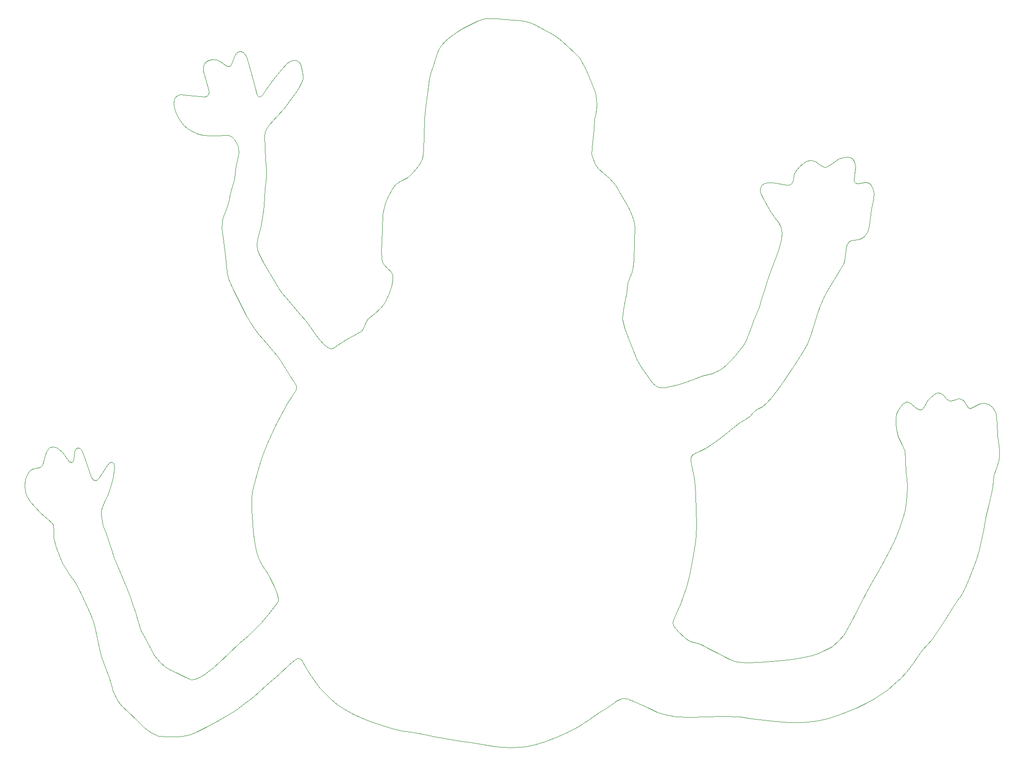
<source format=gbr>
%TF.GenerationSoftware,KiCad,Pcbnew,9.0.5*%
%TF.CreationDate,2025-10-20T10:12:32-07:00*%
%TF.ProjectId,YBF,5942462e-6b69-4636-9164-5f7063625858,rev?*%
%TF.SameCoordinates,Original*%
%TF.FileFunction,Profile,NP*%
%FSLAX46Y46*%
G04 Gerber Fmt 4.6, Leading zero omitted, Abs format (unit mm)*
G04 Created by KiCad (PCBNEW 9.0.5) date 2025-10-20 10:12:32*
%MOMM*%
%LPD*%
G01*
G04 APERTURE LIST*
%TA.AperFunction,Profile*%
%ADD10C,0.100000*%
%TD*%
G04 APERTURE END LIST*
D10*
X101629750Y-43434730D02*
X101373940Y-42445667D01*
X135263839Y-158459536D02*
X137758845Y-158827692D01*
X102999422Y-61860663D02*
X103123236Y-60189254D01*
X191910291Y-61957558D02*
X192516747Y-63047607D01*
X183819501Y-92811487D02*
X182923234Y-93224562D01*
X72138112Y-111809160D02*
X71758678Y-110791780D01*
X185963265Y-144334036D02*
X185115441Y-143881571D01*
X100125785Y-37782677D02*
X99758475Y-36656292D01*
X68528576Y-109168819D02*
X68230338Y-109011366D01*
X167271561Y-85284622D02*
X166860444Y-83637434D01*
X108182162Y-37335998D02*
X107604313Y-37501710D01*
X173621476Y-95826914D02*
X173161229Y-95721336D01*
X125251494Y-78889664D02*
X124669339Y-80221945D01*
X100092090Y-140029341D02*
X98517612Y-141405882D01*
X124669339Y-80221945D02*
X124180722Y-81069763D01*
X95585238Y-65542608D02*
X95439060Y-66390424D01*
X86865962Y-45086009D02*
X86958905Y-45873267D01*
X97637802Y-58542068D02*
X97323830Y-59656340D01*
X116854112Y-87625116D02*
X115982072Y-88256693D01*
X102305412Y-108878139D02*
X101793175Y-110597998D01*
X74658010Y-145794485D02*
X75260178Y-147393225D01*
X71265055Y-109241489D02*
X70777112Y-107836538D01*
X225788728Y-134966658D02*
X226614076Y-133731268D01*
X86922850Y-44431980D02*
X86865962Y-45086009D01*
X191431653Y-60613163D02*
X191589181Y-61218744D01*
X181554612Y-154581407D02*
X184703648Y-154491709D01*
X194632932Y-71380431D02*
X193908875Y-73294072D01*
X202943814Y-142731783D02*
X201659982Y-143308714D01*
X96292094Y-63628967D02*
X95867404Y-64694793D01*
X201914327Y-55894924D02*
X201187627Y-55381431D01*
X75655696Y-148701284D02*
X76019330Y-149936674D01*
X76277582Y-110113529D02*
X76183147Y-109373869D01*
X76183147Y-109373869D02*
X75928802Y-109143751D01*
X64444511Y-106722261D02*
X64167941Y-107182508D01*
X135280221Y-33870610D02*
X134597461Y-34645756D01*
X216434041Y-99140362D02*
X216027261Y-99842840D01*
X217683713Y-98347979D02*
X217299100Y-98377327D01*
X93115168Y-43123920D02*
X93030385Y-43474189D01*
X161981358Y-43148144D02*
X161479421Y-41888530D01*
X172741483Y-95466991D02*
X172194856Y-94901281D01*
X124339309Y-63725859D02*
X124120778Y-64864357D01*
X121558595Y-83467873D02*
X121108905Y-84025005D01*
X144541375Y-29959051D02*
X143233315Y-29916212D01*
X181675736Y-106586758D02*
X182838456Y-105883896D01*
X165786542Y-59971244D02*
X165226045Y-59196098D01*
X76271913Y-126318930D02*
X75715189Y-124720196D01*
X232809140Y-99263964D02*
X232155110Y-98779323D01*
X106479939Y-45999186D02*
X107119278Y-45098122D01*
X137758845Y-158827692D02*
X139769378Y-159096193D01*
X69195080Y-130509573D02*
X70152593Y-132253652D01*
X75928802Y-109143751D02*
X75613899Y-109119490D01*
X81706066Y-156559576D02*
X82578105Y-157252767D01*
X191591630Y-80173496D02*
X191206708Y-81505783D01*
X187730508Y-89111904D02*
X186462113Y-90613752D01*
X65872797Y-124259954D02*
X66504614Y-126052477D01*
X224156869Y-97229937D02*
X223672406Y-96843155D01*
X136164374Y-33102124D02*
X135280221Y-33870610D01*
X168474679Y-64840133D02*
X168026460Y-63871199D01*
X193088483Y-75449950D02*
X192596627Y-76976020D01*
X162010690Y-55962284D02*
X161587796Y-54860121D01*
X96579189Y-38443829D02*
X96215839Y-38363231D01*
X173972718Y-154033281D02*
X175062768Y-154297445D01*
X189063847Y-144856344D02*
X187731561Y-144809664D01*
X208191686Y-59038645D02*
X208127919Y-58723743D01*
X75968377Y-111978727D02*
X76277582Y-110113529D01*
X105215856Y-134319963D02*
X104718224Y-134969873D01*
X96209960Y-74311452D02*
X96388182Y-75643736D01*
X102897478Y-63362509D02*
X102999422Y-61860663D01*
X87495441Y-43624605D02*
X87128747Y-43960254D01*
X165736783Y-151764776D02*
X166378705Y-151375276D01*
X179988683Y-117525867D02*
X179859479Y-115103537D01*
X125412953Y-60964399D02*
X124968293Y-61884888D01*
X110066094Y-145141245D02*
X110644353Y-146206289D01*
X92568046Y-37661560D02*
X92260575Y-38061245D01*
X93014884Y-42542560D02*
X93115168Y-43123920D01*
X88014540Y-48198707D02*
X88588833Y-48943950D01*
X206625253Y-71719557D02*
X206776360Y-70435721D01*
X74063448Y-111106687D02*
X73437821Y-111997295D01*
X155102744Y-158224142D02*
X156871045Y-157432405D01*
X231236550Y-121135145D02*
X231625432Y-119027716D01*
X231625432Y-119027716D02*
X232090291Y-116968729D01*
X97323830Y-59656340D02*
X96935538Y-61182409D01*
X102633694Y-65251928D02*
X102897478Y-63362509D01*
X68746586Y-109120371D02*
X68528576Y-109168819D01*
X163948369Y-153013040D02*
X164954316Y-152373041D01*
X154206483Y-32612038D02*
X152607743Y-31747853D01*
X125697436Y-77605825D02*
X125251494Y-78889664D01*
X197299210Y-58687408D02*
X197091832Y-59287977D01*
X92153416Y-39696319D02*
X92559060Y-41052826D01*
X211566708Y-130194666D02*
X210104508Y-132786558D01*
X101895107Y-126076704D02*
X102220800Y-126876074D01*
X176709950Y-95306065D02*
X175595673Y-95574411D01*
X211591542Y-151392054D02*
X212875375Y-150577578D01*
X162696076Y-153800245D02*
X163948369Y-153013040D01*
X202751828Y-79689033D02*
X203414258Y-78453644D01*
X102781103Y-127820784D02*
X103389110Y-128717039D01*
X143233315Y-29916212D02*
X142409724Y-29960317D01*
X211575978Y-60431488D02*
X211287976Y-59825904D01*
X162502969Y-56685259D02*
X162010690Y-55962284D01*
X89990442Y-147912981D02*
X88924617Y-147488222D01*
X205390366Y-55000769D02*
X204324544Y-55734541D01*
X107599014Y-93738562D02*
X108197240Y-94622709D01*
X210186585Y-152164862D02*
X211591542Y-151392054D01*
X197697682Y-57282454D02*
X197446233Y-57960709D01*
X102594487Y-43612989D02*
X102356450Y-43794664D01*
X78609706Y-153639295D02*
X80228443Y-155169256D01*
X109575000Y-144378210D02*
X110066094Y-145141245D01*
X195166604Y-69188218D02*
X194928384Y-70338827D01*
X67416302Y-127917669D02*
X68241232Y-129128843D01*
X216027261Y-99842840D02*
X215734280Y-100545313D01*
X230582635Y-98657604D02*
X229710595Y-99133009D01*
X73889725Y-117695429D02*
X74412398Y-116387369D01*
X69165552Y-107109838D02*
X69041039Y-108054548D01*
X226113431Y-97969030D02*
X225459401Y-98201975D01*
X193424046Y-59175030D02*
X192624677Y-59176380D01*
X141004767Y-30357319D02*
X139793605Y-30902307D01*
X208257192Y-57815369D02*
X208387585Y-56458860D01*
X233728707Y-104372600D02*
X233612092Y-102265171D01*
X124120778Y-64864357D02*
X123974728Y-67480473D01*
X138340205Y-31676255D02*
X137129037Y-32417670D01*
X233550122Y-110137751D02*
X234022042Y-108708578D01*
X80518009Y-137631231D02*
X80065855Y-136056707D01*
X60355323Y-114352610D02*
X60704890Y-115248876D01*
X160265786Y-38824279D02*
X159769433Y-37855347D01*
X175595673Y-95574411D02*
X174457181Y-95774214D01*
X62375851Y-110164518D02*
X61794491Y-110259962D01*
X205414594Y-154223436D02*
X207013333Y-153604437D01*
X191340844Y-144777986D02*
X189063847Y-144856344D01*
X227803265Y-98207765D02*
X227403581Y-97907759D01*
X119252221Y-86304651D02*
X117847270Y-87027311D01*
X85799807Y-158135931D02*
X87786121Y-158103350D01*
X99735601Y-82862286D02*
X100454350Y-84097675D01*
X69041039Y-108054548D02*
X68923235Y-108914474D01*
X123875399Y-69854361D02*
X123819747Y-71331983D01*
X103113806Y-50221355D02*
X103337495Y-49627883D01*
X215588151Y-102362062D02*
X215762330Y-103549009D01*
X193286500Y-64355667D02*
X194044396Y-65494162D01*
X147569287Y-30177854D02*
X145849435Y-30056701D01*
X188517918Y-88094524D02*
X187730508Y-89111904D01*
X97430704Y-37298210D02*
X97109583Y-38109692D01*
X82493881Y-142015646D02*
X81557388Y-140247351D01*
X64777685Y-106468609D02*
X64444511Y-106722261D01*
X102718298Y-107666971D02*
X102305412Y-108878139D01*
X63013130Y-118131449D02*
X64350658Y-119282061D01*
X126131648Y-156719965D02*
X127681939Y-157053972D01*
X108761142Y-42893799D02*
X109188092Y-42191322D01*
X81557388Y-140247351D02*
X81004358Y-139205744D01*
X115037362Y-151603380D02*
X115982072Y-152369093D01*
X127681939Y-157053972D02*
X129619807Y-157370951D01*
X204324544Y-55734541D02*
X203452504Y-56374454D01*
X185414475Y-91740137D02*
X184715756Y-92302797D01*
X92559060Y-41052826D02*
X93014884Y-42542560D01*
X105066883Y-102410511D02*
X103638102Y-105486872D01*
X206238191Y-54713837D02*
X205390366Y-55000769D01*
X124180722Y-81069763D02*
X123663798Y-81675344D01*
X161479421Y-41888530D02*
X160794995Y-40205009D01*
X124968293Y-61884888D02*
X124623957Y-62781149D01*
X103318226Y-56822210D02*
X103196263Y-55102355D01*
X189591191Y-100886587D02*
X190087773Y-100315195D01*
X103823912Y-48913296D02*
X105216755Y-47379916D01*
X105558933Y-78066067D02*
X104896005Y-76927571D01*
X94956649Y-144829451D02*
X93842375Y-145789575D01*
X166537927Y-61255079D02*
X165786542Y-59971244D01*
X85339878Y-145657991D02*
X84342302Y-144777105D01*
X106173587Y-78913885D02*
X105558933Y-78066067D01*
X216856900Y-98631672D02*
X216434041Y-99140362D01*
X92260575Y-38061245D02*
X92095002Y-38618382D01*
X87128747Y-43960254D02*
X86922850Y-44431980D01*
X208636300Y-152911932D02*
X210186585Y-152164862D01*
X97615329Y-51447781D02*
X98013263Y-52074440D01*
X196391408Y-59656503D02*
X195519368Y-59511944D01*
X195289239Y-68182952D02*
X195166604Y-69188218D01*
X91395396Y-43840331D02*
X89481752Y-43615085D01*
X61794491Y-110259962D02*
X61455365Y-110404077D01*
X179859479Y-115103537D02*
X179759343Y-113189890D01*
X157125493Y-34943558D02*
X155986995Y-33890588D01*
X134116071Y-35408791D02*
X133789296Y-36123379D01*
X103389110Y-128717039D02*
X104034486Y-129831316D01*
X195012189Y-95409971D02*
X197462243Y-91776472D01*
X144274916Y-159864424D02*
X145316518Y-159992105D01*
X98770913Y-80972866D02*
X99735601Y-82862286D01*
X139769378Y-159096193D02*
X142167487Y-159503775D01*
X186462113Y-90613752D02*
X185414475Y-91740137D01*
X104894921Y-40447243D02*
X103821737Y-41755302D01*
X233256284Y-99845323D02*
X232809140Y-99263964D01*
X100757665Y-117550089D02*
X100864220Y-119948198D01*
X141804137Y-30079398D02*
X141004767Y-30357319D01*
X137129037Y-32417670D02*
X136164374Y-33102124D01*
X207013333Y-54617005D02*
X206238191Y-54713837D01*
X71268319Y-134651762D02*
X72015718Y-136371614D01*
X108692008Y-95894434D02*
X108562838Y-96282011D01*
X60674992Y-111373140D02*
X60358205Y-112196737D01*
X152607743Y-31747853D02*
X151105895Y-30965385D01*
X191801080Y-99199385D02*
X192578294Y-98517082D01*
X197462243Y-91776472D02*
X199125287Y-89233023D01*
X145316518Y-159992105D02*
X146939484Y-160047563D01*
X219701363Y-143580969D02*
X220341969Y-142587816D01*
X109686431Y-39042289D02*
X109399407Y-38012798D01*
X132382932Y-40786369D02*
X132090695Y-42772682D01*
X156871045Y-157432405D02*
X158760465Y-156388533D01*
X80065855Y-136056707D02*
X79575715Y-134651762D01*
X102315586Y-67165572D02*
X102633694Y-65251928D01*
X219924363Y-99767950D02*
X219575261Y-99683355D01*
X101231072Y-85260395D02*
X102062863Y-86374672D01*
X164954316Y-152373041D02*
X165736783Y-151764776D01*
X168546330Y-75207716D02*
X168735867Y-74456792D01*
X68230338Y-109011366D02*
X67652116Y-108248331D01*
X172194856Y-94901281D02*
X171191392Y-93544773D01*
X69412716Y-106710153D02*
X69165552Y-107109838D01*
X218592809Y-145140455D02*
X219701363Y-143580969D01*
X139793605Y-30902307D02*
X138340205Y-31676255D01*
X191695599Y-59656340D02*
X191478425Y-60092359D01*
X146939484Y-160047563D02*
X148538224Y-159992437D01*
X162064053Y-46890647D02*
X162234181Y-45509917D01*
X81004358Y-139205744D02*
X80518009Y-137631231D01*
X102746404Y-73369134D02*
X101951315Y-71794619D01*
X93842375Y-145789575D02*
X92945690Y-146547014D01*
X101721569Y-71138197D02*
X101643280Y-70338827D01*
X167962533Y-87077145D02*
X167271561Y-85284622D01*
X102102105Y-43862732D02*
X101847760Y-43749633D01*
X167674256Y-77944954D02*
X167751309Y-77194030D01*
X226852239Y-97765938D02*
X226113431Y-97969030D01*
X161765591Y-49773223D02*
X161889382Y-47980697D01*
X175860158Y-137800787D02*
X175927117Y-137340551D01*
X217274060Y-108696464D02*
X217392884Y-110670668D01*
X97521330Y-78405195D02*
X98770913Y-80972866D01*
X132627034Y-39647873D02*
X132382932Y-40786369D01*
X74252354Y-120481115D02*
X74051234Y-119609075D01*
X131799907Y-157781427D02*
X133350198Y-158117678D01*
X170148377Y-92042931D02*
X169393948Y-90686422D01*
X97789076Y-57427794D02*
X97637802Y-58542068D01*
X73870329Y-118519026D02*
X73889725Y-117695429D01*
X111071870Y-84775932D02*
X110392428Y-83879665D01*
X61296684Y-116202089D02*
X61995139Y-117074129D01*
X109614505Y-41367729D02*
X109863025Y-40641029D01*
X128553979Y-58250490D02*
X127754609Y-58717709D01*
X179638917Y-111906057D02*
X179489926Y-111009790D01*
X93478601Y-50874282D02*
X94859331Y-50813537D01*
X79575715Y-134651762D02*
X78944867Y-132859228D01*
X63001340Y-110011705D02*
X62375851Y-110164518D01*
X216058045Y-104614832D02*
X216679551Y-105971340D01*
X87398547Y-146753958D02*
X86187382Y-146176031D01*
X178890050Y-141050966D02*
X178018010Y-140462397D01*
X214669396Y-124526407D02*
X213360272Y-127069857D01*
X105614039Y-146903337D02*
X107302575Y-145358465D01*
X98207297Y-55175025D02*
X97934974Y-56265075D01*
X83353252Y-157718565D02*
X84128398Y-158009451D01*
X121868340Y-155396925D02*
X123903100Y-156070913D01*
X192516747Y-63047607D02*
X193286500Y-64355667D01*
X217392884Y-110670668D02*
X217572419Y-112039284D01*
X227676614Y-132035643D02*
X228461655Y-130340006D01*
X168863023Y-73124511D02*
X168987763Y-69878583D01*
X75517647Y-113698580D02*
X75968377Y-111978727D01*
X208397588Y-59306768D02*
X208191686Y-59038645D01*
X199743863Y-88070303D02*
X200303147Y-86810692D01*
X204227647Y-141980776D02*
X202943814Y-142731783D01*
X65154521Y-119984533D02*
X65354987Y-120384218D01*
X179489926Y-111009790D02*
X179228188Y-109847071D01*
X102356450Y-43794664D02*
X102102105Y-43862732D01*
X161354382Y-54157645D02*
X161515046Y-52025993D01*
X181263932Y-141835928D02*
X180706799Y-141578264D01*
X103196263Y-55102355D02*
X103084580Y-52898033D01*
X210127087Y-68667417D02*
X210452580Y-68182952D01*
X101600107Y-125059324D02*
X101895107Y-126076704D01*
X96215839Y-38363231D02*
X95658701Y-37975682D01*
X232958794Y-112511639D02*
X233077859Y-111566929D01*
X72743907Y-138600157D02*
X73178425Y-140659143D01*
X211030770Y-65591057D02*
X211248357Y-64016539D01*
X61070274Y-110725376D02*
X60674992Y-111373140D01*
X195519368Y-59511944D02*
X194392983Y-59295854D01*
X169393948Y-90686422D02*
X168625455Y-88797003D01*
X155151193Y-33206152D02*
X154206483Y-32612038D01*
X203016484Y-56474819D02*
X202556237Y-56364118D01*
X161515046Y-52025993D02*
X161765591Y-49773223D01*
X172979554Y-153698896D02*
X173972718Y-154033281D01*
X101735837Y-69442563D02*
X102019456Y-68376738D01*
X105170280Y-132447435D02*
X105447845Y-133440588D01*
X91250056Y-147574945D02*
X90571802Y-147854547D01*
X151105895Y-30965385D02*
X150136964Y-30567626D01*
X202155694Y-81045536D02*
X202751828Y-79689033D01*
X100991218Y-121450046D02*
X101258953Y-123291017D01*
X126474782Y-59467755D02*
X125930947Y-60097561D01*
X145849435Y-30056701D02*
X144541375Y-29959051D01*
X225459401Y-98201975D02*
X225062508Y-98141418D01*
X233612092Y-102265171D02*
X233490853Y-100424200D01*
X74412398Y-116387369D02*
X75116278Y-114788629D01*
X90910930Y-157292662D02*
X92606562Y-156430818D01*
X179008885Y-108878139D02*
X179014699Y-108296780D01*
X167416501Y-62805373D02*
X166537927Y-61255079D01*
X103681799Y-136270574D02*
X102496457Y-137703901D01*
X149652495Y-159840998D02*
X151154343Y-159525129D01*
X131437192Y-51371963D02*
X131316754Y-54278761D01*
X131530879Y-47714241D02*
X131437192Y-51371963D01*
X215734280Y-100545313D02*
X215588689Y-101320461D01*
X109114758Y-37635253D02*
X108715073Y-37384766D01*
X207013333Y-153604437D02*
X208636300Y-152911932D01*
X202556237Y-56364118D02*
X201914327Y-55894924D01*
X177800000Y-94963812D02*
X176709950Y-95306065D01*
X179152028Y-127651216D02*
X179471490Y-125786024D01*
X113589187Y-88086296D02*
X112833608Y-87246712D01*
X97887249Y-153343386D02*
X99485986Y-152189169D01*
X188797395Y-101439239D02*
X189591191Y-100886587D01*
X65426936Y-122709658D02*
X65872797Y-124259954D01*
X109863025Y-40641029D02*
X109901780Y-40083893D01*
X165226045Y-59196098D02*
X164567563Y-58466134D01*
X103821737Y-41755302D02*
X103096442Y-42845352D01*
X186786851Y-144605455D02*
X185963265Y-144334036D01*
X206776360Y-70435721D02*
X207105264Y-69875061D01*
X180060712Y-120238878D02*
X179988683Y-117525867D01*
X75253190Y-123194126D02*
X74704882Y-121692278D01*
X189848042Y-84872824D02*
X189315148Y-86423115D01*
X102220800Y-126876074D02*
X102781103Y-127820784D01*
X84128398Y-158009451D02*
X85799807Y-158135931D01*
X103967266Y-75425726D02*
X102746404Y-73369134D01*
X98662394Y-35725813D02*
X98323269Y-35813356D01*
X211675370Y-61230858D02*
X211575978Y-60431488D01*
X83379655Y-143638613D02*
X82493881Y-142015646D01*
X109199542Y-144147303D02*
X109575000Y-144378210D01*
X60358205Y-112196737D02*
X60245240Y-113262560D01*
X101373940Y-42445667D02*
X100989656Y-40834816D01*
X65381433Y-121425825D02*
X65426936Y-122709658D01*
X107020387Y-37952240D02*
X106169687Y-38921173D01*
X216437016Y-147662172D02*
X217532788Y-146496969D01*
X92095002Y-38618382D02*
X92073461Y-39187629D01*
X187780015Y-102086512D02*
X188797395Y-101439239D01*
X183783166Y-105226375D02*
X185115441Y-104158018D01*
X197091832Y-59287977D02*
X196791093Y-59566721D01*
X206265679Y-73705871D02*
X206486997Y-73027616D01*
X88924617Y-147488222D02*
X87398547Y-146753958D01*
X109399407Y-38012798D02*
X109114758Y-37635253D01*
X179014699Y-108296780D02*
X179274319Y-107836538D01*
X222002496Y-97359947D02*
X221319535Y-98098761D01*
X99001520Y-35814332D02*
X98662394Y-35725813D01*
X166922196Y-82498936D02*
X167100140Y-81360443D01*
X95004671Y-37526321D02*
X94447535Y-37295292D01*
X133350198Y-158117678D02*
X135263839Y-158459536D01*
X63493576Y-109483721D02*
X63311465Y-109774401D01*
X195235337Y-67589478D02*
X195289239Y-68182952D01*
X105987655Y-91146664D02*
X106850187Y-92527393D01*
X115279593Y-88731239D02*
X114819352Y-88820726D01*
X130879504Y-55611045D02*
X130429042Y-56265075D01*
X72015718Y-136371614D02*
X72426036Y-137485891D01*
X95804041Y-50707420D02*
X96554965Y-50771514D01*
X97990186Y-36066642D02*
X97742058Y-36450394D01*
X88588833Y-48943950D02*
X89263742Y-49540159D01*
X87200799Y-46636302D02*
X87538837Y-47387226D01*
X123876744Y-72712712D02*
X124032378Y-73342521D01*
X164567563Y-58466134D02*
X163508241Y-57566145D01*
X73178425Y-140659143D02*
X73621543Y-142718130D01*
X111369387Y-147369009D02*
X112191892Y-148531729D01*
X207594693Y-54752357D02*
X207013333Y-54617005D01*
X92146320Y-147065855D02*
X91250056Y-147574945D01*
X61995139Y-117074129D02*
X63013130Y-118131449D01*
X232090291Y-116968729D02*
X232599507Y-114764408D01*
X192624677Y-59176380D02*
X192072739Y-59356802D01*
X89481752Y-43615085D02*
X88028353Y-43486326D01*
X220341969Y-142587816D02*
X221158620Y-141676523D01*
X129466611Y-57338519D02*
X128553979Y-58250490D01*
X197033318Y-144342745D02*
X194514096Y-144584387D01*
X106985983Y-98777012D02*
X106184616Y-100181963D01*
X96388182Y-75643736D02*
X96684197Y-76588446D01*
X180706799Y-141578264D02*
X179883202Y-141367132D01*
X228461655Y-130340006D02*
X229283513Y-128353689D01*
X92073650Y-50744675D02*
X93478601Y-50874282D01*
X216828793Y-119269947D02*
X216196381Y-121014027D01*
X220275605Y-99673084D02*
X219924363Y-99767950D01*
X208387585Y-56458860D02*
X208272813Y-55562599D01*
X106169687Y-38921173D02*
X104894921Y-40447243D01*
X199019635Y-144001985D02*
X197033318Y-144342745D01*
X182838456Y-105883896D02*
X183783166Y-105226375D01*
X96579189Y-143299204D02*
X94956649Y-144829451D01*
X129619807Y-157370951D02*
X131799907Y-157781427D01*
X178018010Y-140462397D02*
X176852601Y-139381033D01*
X101643280Y-70338827D02*
X101735837Y-69442563D01*
X209698060Y-69038930D02*
X210127087Y-68667417D01*
X184703648Y-154491709D02*
X187755788Y-154578226D01*
X216679551Y-105971340D02*
X217206254Y-107170395D01*
X223170297Y-96702690D02*
X222697942Y-96807672D01*
X198339970Y-56457238D02*
X197697682Y-57282454D01*
X209193433Y-69268804D02*
X209698060Y-69038930D01*
X174457181Y-95774214D02*
X173621476Y-95826914D01*
X66966517Y-107303621D02*
X66369908Y-106756067D01*
X219575261Y-99683355D02*
X219018128Y-99236057D01*
X230803449Y-123387915D02*
X231236550Y-121135145D01*
X123974728Y-67480473D02*
X123875399Y-69854361D01*
X93793506Y-37240147D02*
X93095705Y-37379964D01*
X61455365Y-110404077D02*
X61070274Y-110725376D01*
X97742058Y-36450394D02*
X97430704Y-37298210D01*
X100864220Y-119948198D02*
X100991218Y-121450046D01*
X199125287Y-89233023D02*
X199743863Y-88070303D01*
X200303147Y-86810692D02*
X200965463Y-84727484D01*
X103096442Y-42845352D02*
X102594487Y-43612989D01*
X208369836Y-69418364D02*
X209193433Y-69268804D01*
X215578000Y-122564318D02*
X214669396Y-124526407D01*
X105426946Y-133900835D02*
X105215856Y-134319963D01*
X179759343Y-113189890D02*
X179638917Y-111906057D01*
X123663798Y-81675344D02*
X122624812Y-82547384D01*
X72423209Y-112233072D02*
X72138112Y-111809160D01*
X158348672Y-36084888D02*
X157125493Y-34943558D01*
X99485986Y-152189169D02*
X101036280Y-150955381D01*
X64167941Y-107182508D02*
X63888567Y-107884981D01*
X97136325Y-51034265D02*
X97615329Y-51447781D01*
X194392983Y-59295854D02*
X193424046Y-59175030D01*
X126983472Y-59089574D02*
X126474782Y-59467755D01*
X217572419Y-112039284D02*
X217623151Y-113432127D01*
X74051234Y-119609075D02*
X73870329Y-118519026D01*
X103084580Y-52898033D02*
X103029025Y-51057060D01*
X205466538Y-140953669D02*
X204227647Y-141980776D01*
X168625455Y-88797003D02*
X167962533Y-87077145D01*
X208008866Y-55080874D02*
X207594693Y-54752357D01*
X107119278Y-45098122D02*
X108064691Y-43814285D01*
X217623151Y-113432127D02*
X217549199Y-115188314D01*
X200691045Y-155412031D02*
X201829537Y-155240118D01*
X221319535Y-98098761D02*
X220882302Y-98801233D01*
X101036280Y-150955381D02*
X103289049Y-148970014D01*
X103638102Y-105486872D02*
X102718298Y-107666971D01*
X201187627Y-55381431D02*
X200448808Y-55224240D01*
X76019330Y-149936674D02*
X76406691Y-150881384D01*
X97109583Y-38109692D02*
X96881980Y-38364745D01*
X105216755Y-47379916D02*
X106479939Y-45999186D01*
X86187382Y-146176031D02*
X85339878Y-145657991D01*
X95410767Y-67286688D02*
X95561088Y-68497853D01*
X125822789Y-75692182D02*
X125851909Y-76540000D01*
X68923235Y-108914474D02*
X68746586Y-109120371D01*
X179274319Y-107836538D02*
X179883202Y-107476999D01*
X179955884Y-122249416D02*
X180060712Y-120238878D01*
X99401205Y-36128169D02*
X99001520Y-35814332D01*
X108051379Y-81190876D02*
X106898724Y-79761703D01*
X173161229Y-95721336D02*
X172741483Y-95466991D01*
X163508241Y-57566145D02*
X162502969Y-56685259D01*
X112008094Y-86108213D02*
X111071870Y-84775932D01*
X206394574Y-139859774D02*
X205466538Y-140953669D01*
X97934974Y-56265075D02*
X97789076Y-57427794D01*
X107302575Y-145358465D02*
X108417298Y-144351328D01*
X98517612Y-141405882D02*
X96579189Y-143299204D01*
X233077859Y-111566929D02*
X233550122Y-110137751D01*
X153116433Y-158949686D02*
X155102744Y-158224142D01*
X101847760Y-43749633D02*
X101629750Y-43434730D01*
X229911347Y-126585394D02*
X230415974Y-124962427D01*
X134597461Y-34645756D02*
X134116071Y-35408791D01*
X230415974Y-124962427D02*
X230803449Y-123387915D01*
X223672406Y-96843155D02*
X223170297Y-96702690D01*
X123819747Y-71331983D02*
X123876744Y-72712712D01*
X93030385Y-43474189D02*
X92776126Y-43752437D01*
X149192254Y-30326083D02*
X147569287Y-30177854D01*
X92945690Y-146547014D02*
X92146320Y-147065855D01*
X215225041Y-148805059D02*
X216437016Y-147662172D01*
X191478425Y-60092359D02*
X191431653Y-60613163D01*
X74704882Y-121692278D02*
X74252354Y-120481115D01*
X168735867Y-74456792D02*
X168863023Y-73124511D01*
X108647393Y-95446306D02*
X108692008Y-95894434D01*
X211248357Y-64016539D02*
X211521767Y-62490469D01*
X166378705Y-151375276D02*
X166984280Y-151268824D01*
X212414098Y-128741266D02*
X211566708Y-130194666D01*
X132090695Y-42772682D02*
X131750703Y-45316132D01*
X198850068Y-155534689D02*
X200691045Y-155412031D01*
X169015595Y-67068678D02*
X168844586Y-65954407D01*
X100815466Y-114425280D02*
X100707419Y-115491108D01*
X214134991Y-149680612D02*
X215225041Y-148805059D01*
X95867404Y-64694793D02*
X95585238Y-65542608D01*
X168987763Y-69878583D02*
X169015595Y-67068678D01*
X194658509Y-66341978D02*
X195026643Y-66996008D01*
X194928384Y-70338827D02*
X194632932Y-71380431D01*
X224389527Y-137195211D02*
X225788728Y-134966658D01*
X103289049Y-148970014D02*
X105614039Y-146903337D01*
X233490853Y-100424200D02*
X233256284Y-99845323D01*
X234022042Y-108708578D02*
X234106110Y-107981878D01*
X182208642Y-142352205D02*
X181263932Y-141835928D01*
X70777112Y-107836538D02*
X70393106Y-107000833D01*
X124032378Y-73342521D02*
X124307740Y-73895471D01*
X92073461Y-39187629D02*
X92153416Y-39696319D01*
X201659982Y-143308714D02*
X200642602Y-143654177D01*
X169128045Y-151948957D02*
X171380814Y-152976637D01*
X155986995Y-33890588D02*
X155151193Y-33206152D01*
X168844586Y-65954407D02*
X168474679Y-64840133D01*
X167650430Y-151362001D02*
X169128045Y-151948957D01*
X207105264Y-69875061D02*
X207570466Y-69572539D01*
X226614076Y-133731268D02*
X227178910Y-132931898D01*
X203414258Y-78453644D02*
X204623452Y-76515776D01*
X101258953Y-123291017D02*
X101600107Y-125059324D01*
X189790547Y-154853537D02*
X192115987Y-155165537D01*
X92776126Y-43752437D02*
X92388552Y-43889450D01*
X208127919Y-58723743D02*
X208257192Y-57815369D01*
X94859331Y-50813537D02*
X95804041Y-50707420D01*
X220882302Y-98801233D02*
X220547871Y-99394707D01*
X210150250Y-59122235D02*
X209423550Y-59267999D01*
X166860444Y-83637434D02*
X166922196Y-82498936D01*
X213360272Y-127069857D02*
X212414098Y-128741266D01*
X192119294Y-78429417D02*
X191591630Y-80173496D01*
X142409724Y-29960317D02*
X141804137Y-30079398D01*
X151154343Y-159525129D02*
X153116433Y-158949686D01*
X101951315Y-71794619D02*
X101721569Y-71138197D01*
X192596627Y-76976020D02*
X192119294Y-78429417D01*
X190087773Y-100315195D02*
X190553582Y-99824867D01*
X104896005Y-76927571D02*
X103967266Y-75425726D01*
X176015923Y-138382147D02*
X175860158Y-137800787D01*
X69753465Y-106552883D02*
X69412716Y-106710153D01*
X112833608Y-87246712D02*
X112008094Y-86108213D01*
X162234181Y-45509917D02*
X162180714Y-44250305D01*
X63888567Y-107884981D02*
X63660941Y-108805469D01*
X232155110Y-98779323D02*
X231357777Y-98566887D01*
X72426036Y-137485891D02*
X72743907Y-138600157D01*
X96264285Y-154387751D02*
X97887249Y-153343386D01*
X75255351Y-109373835D02*
X74766712Y-110016638D01*
X179883202Y-141367132D02*
X178890050Y-141050966D01*
X63311465Y-109774401D02*
X63001340Y-110011705D01*
X103360580Y-58009154D02*
X103318226Y-56822210D01*
X82578105Y-157252767D02*
X83353252Y-157718565D01*
X66369908Y-106756067D02*
X65803452Y-106453274D01*
X196791093Y-59566721D02*
X196391408Y-59656503D01*
X65803452Y-106453274D02*
X65270539Y-106359604D01*
X75613899Y-109119490D02*
X75255351Y-109373835D01*
X185115441Y-104158018D02*
X186689965Y-102893269D01*
X219018128Y-99236057D02*
X218422520Y-98721708D01*
X92388552Y-43889450D02*
X91395396Y-43840331D01*
X222900250Y-139496424D02*
X224389527Y-137195211D01*
X217299100Y-98377327D02*
X216856900Y-98631672D01*
X181893746Y-93516209D02*
X180900582Y-93770828D01*
X167751309Y-77194030D02*
X168120690Y-76273541D01*
X70090980Y-106649774D02*
X69753465Y-106552883D01*
X124307740Y-73895471D02*
X124968928Y-74526326D01*
X63660941Y-108805469D02*
X63493576Y-109483721D01*
X160916348Y-155019430D02*
X162696076Y-153800245D01*
X177146565Y-134457968D02*
X177704259Y-133004568D01*
X77623938Y-152698133D02*
X78609706Y-153639295D01*
X104688395Y-131163603D02*
X105170280Y-132447435D01*
X108824078Y-144145426D02*
X109199542Y-144147303D01*
X160794995Y-40205009D02*
X160265786Y-38824279D01*
X179228188Y-109847071D02*
X179008885Y-108878139D01*
X167100140Y-81360443D02*
X167383805Y-80052383D01*
X180900582Y-93770828D02*
X179471410Y-94323011D01*
X171380814Y-152976637D02*
X172979554Y-153698896D01*
X60245240Y-113262560D02*
X60355323Y-114352610D01*
X209423550Y-59267999D02*
X208757413Y-59415015D01*
X190697812Y-82668503D02*
X190189236Y-83831222D01*
X207570466Y-69572539D02*
X208369836Y-69418364D01*
X104718224Y-134969873D02*
X103681799Y-136270574D01*
X116951003Y-153034830D02*
X118791980Y-154022730D01*
X191589181Y-61218744D02*
X191910291Y-61957558D01*
X200448808Y-55224240D02*
X199746335Y-55358560D01*
X115982072Y-152369093D02*
X116951003Y-153034830D01*
X103123236Y-60189254D02*
X103262925Y-58929640D01*
X96935538Y-61182409D02*
X96653928Y-62514693D01*
X233876004Y-105462650D02*
X233728707Y-104372600D01*
X194044396Y-65494162D02*
X194658509Y-66341978D01*
X176431378Y-136153604D02*
X177146565Y-134457968D01*
X166984280Y-151268824D02*
X167650430Y-151362001D01*
X114819352Y-88820726D02*
X114310662Y-88704552D01*
X196524628Y-155533235D02*
X198850068Y-155534689D01*
X133041053Y-38509377D02*
X132627034Y-39647873D01*
X109901780Y-40083893D02*
X109686431Y-39042289D01*
X73437821Y-111997295D02*
X73094673Y-112300083D01*
X192115987Y-155165537D02*
X194320313Y-155384416D01*
X89917772Y-157684851D02*
X90910930Y-157292662D01*
X194320313Y-155384416D02*
X196524628Y-155533235D01*
X100707419Y-115491108D02*
X100757665Y-117550089D01*
X101425416Y-138842394D02*
X100092090Y-140029341D01*
X193513356Y-97493174D02*
X195012189Y-95409971D01*
X131750703Y-45316132D02*
X131530879Y-47714241D01*
X210934422Y-59396496D02*
X210598389Y-59189412D01*
X159769433Y-37855347D02*
X159190522Y-36986147D01*
X133789296Y-36123379D02*
X133499263Y-37140758D01*
X91104716Y-50490392D02*
X92073650Y-50744675D01*
X176852601Y-139381033D02*
X176015923Y-138382147D01*
X110644353Y-146206289D02*
X111369387Y-147369009D01*
X199140748Y-55744260D02*
X198339970Y-56457238D01*
X92606562Y-156430818D02*
X94617100Y-155340059D01*
X201829537Y-155240118D02*
X203040711Y-154976412D01*
X179471490Y-125786024D02*
X179762193Y-123799707D01*
X120597337Y-85308844D02*
X120263135Y-85718754D01*
X106850187Y-92527393D02*
X107599014Y-93738562D01*
X210691075Y-67577368D02*
X210864716Y-66826444D01*
X215588689Y-101320461D02*
X215588151Y-102362062D01*
X161889382Y-47980697D02*
X162064053Y-46890647D01*
X187755788Y-154578226D02*
X189790547Y-154853537D01*
X227178910Y-132931898D02*
X227676614Y-132035643D01*
X106184616Y-100181963D02*
X105066883Y-102410511D01*
X234027135Y-107025055D02*
X233948731Y-106225685D01*
X175062768Y-154297445D02*
X176395043Y-154517904D01*
X203040711Y-154976412D02*
X204179204Y-154658071D01*
X76956507Y-151850321D02*
X77623938Y-152698133D01*
X108715073Y-37384766D02*
X108182162Y-37335998D01*
X208272813Y-55562599D02*
X208008866Y-55080874D01*
X187731561Y-144809664D02*
X186786851Y-144605455D01*
X98323269Y-35813356D02*
X97990186Y-36066642D01*
X203452504Y-56374454D02*
X203016484Y-56474819D01*
X76754552Y-127554319D02*
X76271913Y-126318930D01*
X78252788Y-131139376D02*
X77393454Y-129177286D01*
X175927117Y-137340551D02*
X176431378Y-136153604D01*
X95561088Y-68497853D02*
X95824231Y-70435721D01*
X100559049Y-39308746D02*
X100125785Y-37782677D01*
X150136964Y-30567626D02*
X149192254Y-30326083D01*
X158760465Y-156388533D02*
X160916348Y-155019430D01*
X88028353Y-43486326D02*
X87495441Y-43624605D01*
X206486997Y-73027616D02*
X206625253Y-71719557D01*
X96653928Y-62514693D02*
X96292094Y-63628967D01*
X73094673Y-112300083D02*
X72767658Y-112366299D01*
X99758475Y-36656292D02*
X99401205Y-36128169D01*
X124623957Y-62781149D02*
X124339309Y-63725859D01*
X180682572Y-107119480D02*
X181675736Y-106586758D01*
X131316754Y-54278761D02*
X131139159Y-55005461D01*
X179762193Y-123799707D02*
X179955884Y-122249416D01*
X96065118Y-72518927D02*
X96209960Y-74311452D01*
X72767658Y-112366299D02*
X72423209Y-112233072D01*
X227403581Y-97907759D02*
X226852239Y-97765938D01*
X161587796Y-54860121D02*
X161354382Y-54157645D01*
X211521767Y-62490469D02*
X211675370Y-61230858D01*
X188870980Y-87513164D02*
X188517918Y-88094524D01*
X95658701Y-37975682D02*
X95004671Y-37526321D01*
X73987895Y-143953520D02*
X74658010Y-145794485D01*
X199746335Y-55358560D02*
X199140748Y-55744260D01*
X159190522Y-36986147D02*
X158348672Y-36084888D01*
X197446233Y-57960709D02*
X197299210Y-58687408D01*
X70393106Y-107000833D02*
X70090980Y-106649774D01*
X216196381Y-121014027D02*
X215578000Y-122564318D01*
X194514096Y-144584387D02*
X191340844Y-144777986D01*
X104034486Y-129831316D02*
X104688395Y-131163603D01*
X231357777Y-98566887D02*
X230582635Y-98657604D01*
X65354987Y-120384218D02*
X65381433Y-121425825D01*
X217532788Y-146496969D02*
X218592809Y-145140455D01*
X103029025Y-51057060D02*
X103113806Y-50221355D01*
X179471410Y-94323011D02*
X177800000Y-94963812D01*
X200965463Y-84727484D02*
X201644051Y-82474714D01*
X176395043Y-154517904D02*
X178914277Y-154646261D01*
X105280959Y-90153511D02*
X105987655Y-91146664D01*
X96554965Y-50771514D02*
X97136325Y-51034265D01*
X117847270Y-87027311D02*
X116854112Y-87625116D01*
X104570887Y-89257244D02*
X105280959Y-90153511D01*
X127754609Y-58717709D02*
X126983472Y-59089574D01*
X107943501Y-97275164D02*
X106985983Y-98777012D01*
X101793175Y-110597998D02*
X101185382Y-112802318D01*
X113898000Y-150511763D02*
X115037362Y-151603380D01*
X75260178Y-147393225D02*
X75655696Y-148701284D01*
X121108905Y-84025005D02*
X120837966Y-84679035D01*
X148538224Y-159992437D02*
X149652495Y-159840998D01*
X130429042Y-56265075D02*
X129466611Y-57338519D01*
X204179204Y-154658071D02*
X205414594Y-154223436D01*
X71758678Y-110791780D02*
X71265055Y-109241489D01*
X190189236Y-83831222D02*
X189848042Y-84872824D01*
X76406691Y-150881384D02*
X76956507Y-151850321D01*
X70152593Y-132253652D02*
X71268319Y-134651762D01*
X67652116Y-108248331D02*
X66966517Y-107303621D01*
X215762330Y-103549009D02*
X216058045Y-104614832D01*
X75715189Y-124720196D02*
X75253190Y-123194126D01*
X120837966Y-84679035D02*
X120597337Y-85308844D01*
X88948841Y-157955217D02*
X89917772Y-157684851D01*
X66504614Y-126052477D02*
X66966692Y-127118299D01*
X168120690Y-76273541D02*
X168546330Y-75207716D01*
X162180714Y-44250305D02*
X161981358Y-43148144D01*
X218422520Y-98721708D02*
X218034943Y-98475540D01*
X100454350Y-84097675D02*
X101231072Y-85260395D01*
X94617100Y-155340059D02*
X96264285Y-154387751D01*
X90571802Y-147854547D02*
X89990442Y-147912981D01*
X200642602Y-143654177D02*
X199019635Y-144001985D01*
X133499263Y-37140758D02*
X133041053Y-38509377D01*
X100989656Y-40834816D02*
X100559049Y-39308746D01*
X94447535Y-37295292D02*
X93793506Y-37240147D01*
X120263135Y-85718754D02*
X119252221Y-86304651D01*
X183710496Y-143135725D02*
X182208642Y-142352205D01*
X102062863Y-86374672D02*
X103339045Y-87852293D01*
X232859952Y-113504797D02*
X232958794Y-112511639D01*
X190553582Y-99824867D02*
X191147050Y-99526119D01*
X234106110Y-107981878D02*
X234027135Y-107025055D01*
X228177167Y-98837568D02*
X227803265Y-98207765D01*
X167623467Y-78841215D02*
X167674256Y-77944954D01*
X218034943Y-98475540D02*
X217683713Y-98347979D01*
X125930947Y-60097561D02*
X125412953Y-60964399D01*
X195026643Y-66996008D02*
X195235337Y-67589478D01*
X89263742Y-49540159D02*
X90160006Y-50085843D01*
X105447845Y-133440588D02*
X105426946Y-133900835D01*
X182923234Y-93224562D02*
X181893746Y-93516209D01*
X87538837Y-47387226D02*
X88014540Y-48198707D01*
X125851909Y-76540000D02*
X125697436Y-77605825D01*
X109441441Y-82838064D02*
X108051379Y-81190876D01*
X122624812Y-82547384D02*
X121558595Y-83467873D01*
X210452580Y-68182952D02*
X210691075Y-67577368D01*
X217206254Y-107170395D02*
X217274060Y-108696464D01*
X108197240Y-94622709D02*
X108647393Y-95446306D01*
X131139159Y-55005461D02*
X130879504Y-55611045D01*
X171191392Y-93544773D02*
X170148377Y-92042931D01*
X108064691Y-43814285D02*
X108761142Y-42893799D01*
X232599507Y-114764408D02*
X232859952Y-113504797D01*
X107604313Y-37501710D02*
X107020387Y-37952240D01*
X210864716Y-66826444D02*
X211030770Y-65591057D01*
X73621543Y-142718130D02*
X73987895Y-143953520D01*
X115982072Y-88256693D02*
X115279593Y-88731239D01*
X142167487Y-159503775D02*
X144274916Y-159864424D01*
X87786121Y-158103350D02*
X88948841Y-157955217D01*
X185115441Y-143881571D02*
X183710496Y-143135725D01*
X229710595Y-99133009D02*
X228935441Y-99517084D01*
X118791980Y-154022730D02*
X120657172Y-154924559D01*
X192072739Y-59356802D02*
X191695599Y-59656340D01*
X212875375Y-150577578D02*
X214134991Y-149680612D01*
X106898724Y-79761703D02*
X106173587Y-78913885D01*
X186689965Y-102893269D02*
X187780015Y-102086512D01*
X217549199Y-115188314D02*
X217402303Y-116750719D01*
X225062508Y-98141418D02*
X224626489Y-97762848D01*
X80228443Y-155169256D02*
X81706066Y-156559576D01*
X66966692Y-127118299D02*
X67416302Y-127917669D01*
X68241232Y-129128843D02*
X69195080Y-130509573D01*
X114310662Y-88704552D02*
X113589187Y-88086296D01*
X201644051Y-82474714D02*
X202155694Y-81045536D01*
X193908875Y-73294072D02*
X193088483Y-75449950D01*
X95439060Y-66390424D02*
X95410767Y-67286688D01*
X177704259Y-133004568D02*
X178254044Y-131308943D01*
X228935441Y-99517084D02*
X228552625Y-99423689D01*
X229283513Y-128353689D02*
X229911347Y-126585394D01*
X96684197Y-76588446D02*
X97521330Y-78405195D01*
X78944867Y-132859228D02*
X78252788Y-131139376D01*
X184715756Y-92302797D02*
X183819501Y-92811487D01*
X224626489Y-97762848D02*
X224156869Y-97229937D01*
X221158620Y-141676523D02*
X222041348Y-140731813D01*
X167383805Y-80052383D02*
X167623467Y-78841215D01*
X103262925Y-58929640D02*
X103360580Y-58009154D01*
X112191892Y-148531729D02*
X112900681Y-149427984D01*
X75116278Y-114788629D02*
X75517647Y-113698580D01*
X207951772Y-136904531D02*
X206394574Y-139859774D01*
X102496457Y-137703901D02*
X101425416Y-138842394D01*
X110392428Y-83879665D02*
X109441441Y-82838064D01*
X98013263Y-52074440D02*
X98308872Y-52873808D01*
X96881980Y-38364745D02*
X96579189Y-38443829D01*
X95824231Y-70435721D02*
X96065118Y-72518927D01*
X189315148Y-86423115D02*
X188870980Y-87513164D01*
X77393454Y-129177286D02*
X76754552Y-127554319D01*
X192578294Y-98517082D02*
X193513356Y-97493174D01*
X108417298Y-144351328D02*
X108824078Y-144145426D01*
X228552625Y-99423689D02*
X228177167Y-98837568D01*
X233948731Y-106225685D02*
X233876004Y-105462650D01*
X220547871Y-99394707D02*
X220275605Y-99673084D01*
X112900681Y-149427984D02*
X113898000Y-150511763D01*
X222041348Y-140731813D02*
X222900250Y-139496424D01*
X191206708Y-81505783D02*
X190697812Y-82668503D01*
X168026460Y-63871199D02*
X167416501Y-62805373D01*
X98414627Y-53891188D02*
X98207297Y-55175025D01*
X103339045Y-87852293D02*
X104570887Y-89257244D01*
X208757413Y-59415015D02*
X208397588Y-59306768D01*
X222697942Y-96807672D02*
X222002496Y-97359947D01*
X90160006Y-50085843D02*
X91104716Y-50490392D01*
X178914277Y-154646261D02*
X181554612Y-154581407D01*
X101185382Y-112802318D02*
X100815466Y-114425280D01*
X178765389Y-129371069D02*
X179152028Y-127651216D01*
X102019456Y-68376738D02*
X102315586Y-67165572D01*
X125610879Y-75160323D02*
X125822789Y-75692182D01*
X84342302Y-144777105D02*
X83379655Y-143638613D01*
X210104508Y-132786558D02*
X207951772Y-136904531D01*
X191147050Y-99526119D02*
X191801080Y-99199385D01*
X98308872Y-52873808D02*
X98414627Y-53891188D01*
X120657172Y-154924559D02*
X121868340Y-155396925D01*
X205818284Y-74577910D02*
X206265679Y-73705871D01*
X93095705Y-37379964D02*
X92568046Y-37661560D01*
X103337495Y-49627883D02*
X103823912Y-48913296D01*
X64350658Y-119282061D02*
X65154521Y-119984533D01*
X210598389Y-59189412D02*
X210150250Y-59122235D01*
X109188092Y-42191322D02*
X109614505Y-41367729D01*
X123903100Y-156070913D02*
X126131648Y-156719965D01*
X124968928Y-74526326D02*
X125610879Y-75160323D01*
X108562838Y-96282011D02*
X107943501Y-97275164D01*
X178254044Y-131308943D02*
X178765389Y-129371069D01*
X74766712Y-110016638D02*
X74063448Y-111106687D01*
X179883202Y-107476999D02*
X180682572Y-107119480D01*
X217402303Y-116750719D02*
X217209103Y-117913439D01*
X86958905Y-45873267D02*
X87200799Y-46636302D01*
X217209103Y-117913439D02*
X216828793Y-119269947D01*
X60704890Y-115248876D02*
X61296684Y-116202089D01*
X211287976Y-59825904D02*
X210934422Y-59396496D01*
X65270539Y-106359604D02*
X64777685Y-106468609D01*
X204623452Y-76515776D02*
X205818284Y-74577910D01*
M02*

</source>
